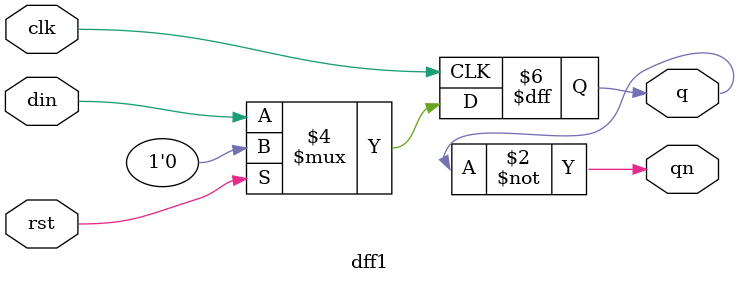
<source format=v>
module dff1 ( input din,
				input rst,clk,
				output reg q, 
				output qn);
				
				
		always @ (posedge clk) 
			begin
				if(rst)
				q<=0;
				else
				q <= din;	
				
			end
			assign qn = ~q;
	endmodule
	
	
	
				
</source>
